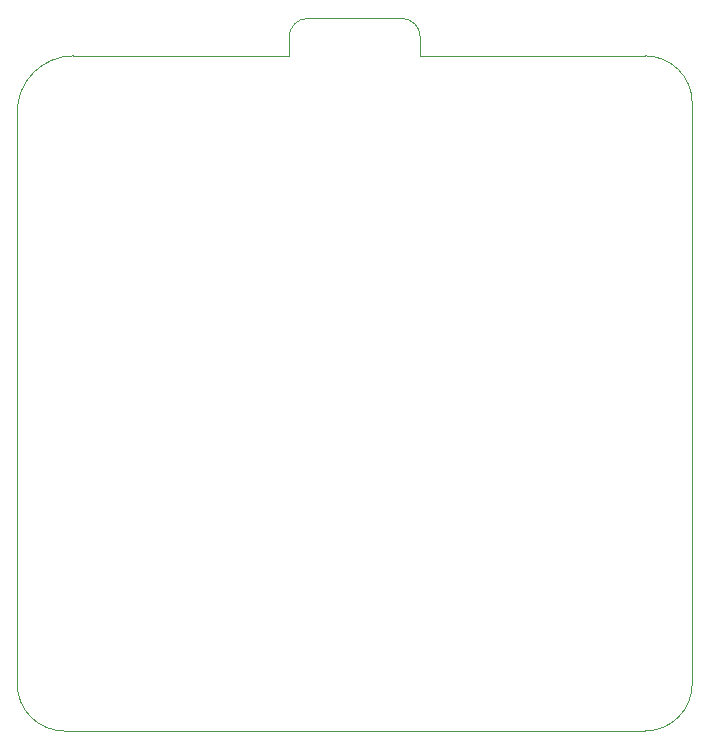
<source format=gbr>
%TF.GenerationSoftware,KiCad,Pcbnew,(5.1.6)-1*%
%TF.CreationDate,2020-07-11T20:12:46-04:00*%
%TF.ProjectId,4x5,3478352e-6b69-4636-9164-5f7063625858,rev?*%
%TF.SameCoordinates,Original*%
%TF.FileFunction,Profile,NP*%
%FSLAX46Y46*%
G04 Gerber Fmt 4.6, Leading zero omitted, Abs format (unit mm)*
G04 Created by KiCad (PCBNEW (5.1.6)-1) date 2020-07-11 20:12:46*
%MOMM*%
%LPD*%
G01*
G04 APERTURE LIST*
%TA.AperFunction,Profile*%
%ADD10C,0.050000*%
%TD*%
G04 APERTURE END LIST*
D10*
X234950000Y-136525000D02*
G75*
G02*
X230981250Y-140493750I-3968750J0D01*
G01*
X181768750Y-140493750D02*
G75*
G02*
X177800000Y-136525000I0J3968750D01*
G01*
X230981250Y-83343750D02*
G75*
G02*
X234950000Y-87312500I0J-3968750D01*
G01*
X177800000Y-88106250D02*
G75*
G02*
X182562500Y-83343750I4762500J0D01*
G01*
X210343750Y-80168750D02*
G75*
G02*
X211931250Y-81756250I0J-1587500D01*
G01*
X200818750Y-81756250D02*
X200818750Y-83343750D01*
X200818750Y-81756250D02*
G75*
G02*
X202406250Y-80168750I1587500J0D01*
G01*
X211931250Y-83343750D02*
X230981250Y-83343750D01*
X211931250Y-81756250D02*
X211931250Y-83343750D01*
X202406250Y-80168750D02*
X210343750Y-80168750D01*
X200818750Y-83343750D02*
X182562500Y-83343750D01*
X177800000Y-136525000D02*
X177800000Y-88106250D01*
X234950000Y-136525000D02*
X234950000Y-87312500D01*
X230981250Y-140493750D02*
X181768750Y-140493750D01*
M02*

</source>
